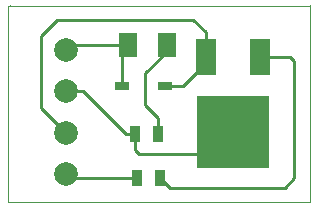
<source format=gtl>
G04 (created by PCBNEW (2013-07-07 BZR 4022)-stable) date 3/6/2015 8:08:16 AM*
%MOIN*%
G04 Gerber Fmt 3.4, Leading zero omitted, Abs format*
%FSLAX34Y34*%
G01*
G70*
G90*
G04 APERTURE LIST*
%ADD10C,0.00590551*%
%ADD11C,0.00393701*%
%ADD12R,0.0472X0.0276*%
%ADD13R,0.06X0.08*%
%ADD14R,0.035X0.055*%
%ADD15R,0.065X0.12*%
%ADD16R,0.24X0.24*%
%ADD17C,0.0787402*%
%ADD18C,0.01*%
G04 APERTURE END LIST*
G54D10*
G54D11*
X5423Y-5454D02*
X5423Y-5450D01*
X15404Y-5454D02*
X5423Y-5454D01*
X5354Y-5460D02*
X5444Y-5460D01*
X5354Y-12015D02*
X5354Y-5460D01*
X15404Y-12015D02*
X5354Y-12015D01*
X15404Y-5445D02*
X15404Y-12015D01*
G54D12*
X10594Y-8149D03*
X9138Y-8149D03*
G54D13*
X9351Y-6769D03*
X10651Y-6769D03*
G54D14*
X9656Y-11194D03*
X10406Y-11194D03*
X9596Y-9739D03*
X10346Y-9739D03*
G54D15*
X13751Y-7159D03*
G54D16*
X12851Y-9659D03*
G54D15*
X11951Y-7159D03*
G54D17*
X7286Y-6936D03*
X7286Y-8314D03*
X7286Y-9691D03*
X7286Y-11069D03*
G54D18*
X9138Y-8149D02*
X9138Y-6982D01*
X9138Y-6982D02*
X9351Y-6769D01*
X9351Y-6769D02*
X7453Y-6769D01*
X7453Y-6769D02*
X7286Y-6936D01*
X9656Y-11194D02*
X7410Y-11194D01*
X7410Y-11194D02*
X7286Y-11069D01*
X11951Y-7159D02*
X11951Y-6349D01*
X6446Y-8851D02*
X7286Y-9691D01*
X6446Y-6454D02*
X6446Y-8851D01*
X6971Y-5929D02*
X6446Y-6454D01*
X11531Y-5929D02*
X6971Y-5929D01*
X11951Y-6349D02*
X11531Y-5929D01*
X10594Y-8149D02*
X11171Y-8149D01*
X11951Y-7369D02*
X11951Y-7159D01*
X11171Y-8149D02*
X11951Y-7369D01*
X9596Y-9739D02*
X9596Y-10279D01*
X12111Y-10399D02*
X12851Y-9659D01*
X9716Y-10399D02*
X12111Y-10399D01*
X9596Y-10279D02*
X9716Y-10399D01*
X9596Y-9739D02*
X9281Y-9739D01*
X7856Y-8314D02*
X7286Y-8314D01*
X9281Y-9739D02*
X7856Y-8314D01*
X10651Y-6769D02*
X10651Y-6989D01*
X10346Y-9184D02*
X10346Y-9739D01*
X9926Y-8764D02*
X10346Y-9184D01*
X9926Y-7714D02*
X9926Y-8764D01*
X10651Y-6989D02*
X9926Y-7714D01*
X10406Y-11194D02*
X10421Y-11194D01*
X14756Y-7159D02*
X13751Y-7159D01*
X14891Y-7294D02*
X14756Y-7159D01*
X14891Y-11209D02*
X14891Y-7294D01*
X14576Y-11524D02*
X14891Y-11209D01*
X10751Y-11524D02*
X14576Y-11524D01*
X10421Y-11194D02*
X10751Y-11524D01*
M02*

</source>
